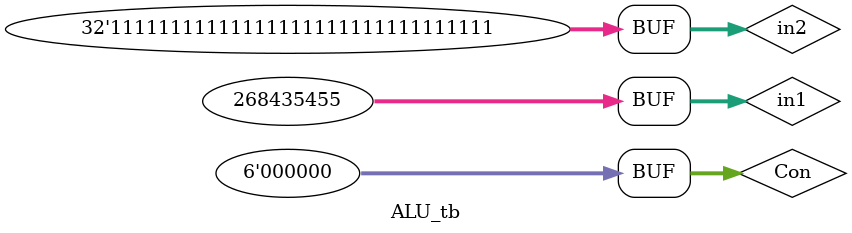
<source format=v>

module ALU (
	input signed [31:0] in1,
	input signed [31:0] in2,
	input [5:0] CONTROL_ALU_BITS,
	output reg[31:0] out, 
	output reg zero);
	
	reg [31:0] unsigned_in1;
	reg [31:0] unsigned_in2;


	always @(in1 or in2 or CONTROL_ALU_BITS) begin
		case(CONTROL_ALU_BITS) 
			6'b100000:   //ADD
				begin out = in1 + in2; zero = 1'b0; end
			6'b100001:   //ADDU
				begin 
					if (in1 < 16'd0) begin unsigned_in1 = -in1; end else begin unsigned_in1 = in1; end
					if (in2 < 16'd0) begin unsigned_in2 = -in2; end else begin unsigned_in2 = in2; end
					out = in1 + in2; zero = 1'b0; end 
			6'b100100:   //AND
				begin out = in1 & in2; zero = 1'b0; end
			6'b100101:   //OR
				begin out = in1 | in2; zero = 1'b0; end
			6'b100110:   //XOR
				begin out = in1 ^ in2; zero = 1'b0; end
			6'b100010:   //SUB
				begin out = in1 - in2; zero = 1'b0; end
			6'b100011:   //SUBU
				begin 
					if (in1 < 16'd0) begin unsigned_in1 = -in1; end else begin unsigned_in1 = in1; end
					if (in2 < 16'd0) begin unsigned_in2 = -in2; end else begin unsigned_in2 = in2; end
					out = in1 - in2; zero = 1'b0; end
			6'b000000, 6'b000100:   //SLL, SLV
				begin out = in1 << in2; zero = 1'b0; end
			6'b000011:   //SRA
				begin out = in1 >> in2; zero = 1'b0; end
			6'b000010:   //SRL
				begin if (in1 < 16'd0) begin unsigned_in1 = -in1; end else begin unsigned_in1 = in1; end
					out = in1 >> in2; zero = 1'b0; end
			6'b000110:   //SRLV
				begin out = in1 >> in2; zero = 1'b0; end
			6'b101010:  //SLT
				begin if (in1<in2) begin out = 32'd1; end else begin out = 32'd0; end zero=1'b0; end
			6'b101011:   //SLTU
				begin 
					if (in1 < 16'd0) begin unsigned_in1 = -in1; end else begin unsigned_in1 = in1; end
					if (in2 < 16'd0) begin unsigned_in2 = -in2; end else begin unsigned_in2 = in2; end
					if (unsigned_in1<unsigned_in2) begin out = 32'd1; end else begin out = 32'd0; end zero=1'b0; end
			6'b001000: //JUMP REGISTER
				begin out = in1; zero=1'b0; end
			6'b111000: //lui immediate shift
				begin out = in2; zero=1'b0; end
			6'b110000: // beq control
				begin out = 32'd0; zero = in1 == in2; end
			6'b110001: // bne control
				begin out = 32'd0; zero = in1 != in2; end
			6'b110010: // bgtz control
				begin out = 32'd0; zero = in1 > 32'd0; end
			6'b110011: // blez control
				begin out = 32'd0; zero = in1 <= 32'd0; end
			6'b110100: // bgez control
				begin out = 32'd0; zero = in1 >= 32'd0; end
			6'b110101: // bltz control
				begin out = 32'd0; zero = in1 < 32'd0; end
		endcase
	end
endmodule 

module ALU_tb;
	reg [31:0] in1;
	reg [31:0] in2;
	reg [5:0] Con;
	wire [31:0] out;
	wire zero;
	ALU alu(in1, in2, Con, out, zero);

	initial begin
		in1 = 32'h0fffffff;
		in2 = 32'hffffffff;
		Con = 6'b100000; //ADD
		#100;
		Con = 6'b100001; //ADDU
		#100;
		Con = 6'b100100; //AND
		#100;
		Con = 6'b100101; //OR
		#100;
		Con = 6'b100110; //XOR
		#100;
		Con = 6'b100010; //SUB
		#100;
		Con = 6'b100011; //SUBU
		#100;
		Con = 6'b000000; //SLL
		#100;
		Con = 6'b000100; //SLV 
		#100;
		Con = 6'b000011; //SRA
		#100;
		Con = 6'b000010; //SRL
		#100;
		Con = 6'b000110; //SRLV
		#100;
		Con = 6'b101010; //SLT
		#100;
		Con = 6'b101011; //SLTU
		#200
		Con = 6'b000000;
	end
endmodule 
</source>
